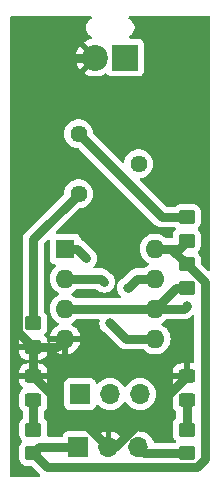
<source format=gbr>
%TF.GenerationSoftware,KiCad,Pcbnew,8.0.0*%
%TF.CreationDate,2025-07-08T12:20:57+05:30*%
%TF.ProjectId,Sensortech_flex,53656e73-6f72-4746-9563-685f666c6578,rev?*%
%TF.SameCoordinates,Original*%
%TF.FileFunction,Copper,L1,Top*%
%TF.FilePolarity,Positive*%
%FSLAX46Y46*%
G04 Gerber Fmt 4.6, Leading zero omitted, Abs format (unit mm)*
G04 Created by KiCad (PCBNEW 8.0.0) date 2025-07-08 12:20:57*
%MOMM*%
%LPD*%
G01*
G04 APERTURE LIST*
G04 Aperture macros list*
%AMRoundRect*
0 Rectangle with rounded corners*
0 $1 Rounding radius*
0 $2 $3 $4 $5 $6 $7 $8 $9 X,Y pos of 4 corners*
0 Add a 4 corners polygon primitive as box body*
4,1,4,$2,$3,$4,$5,$6,$7,$8,$9,$2,$3,0*
0 Add four circle primitives for the rounded corners*
1,1,$1+$1,$2,$3*
1,1,$1+$1,$4,$5*
1,1,$1+$1,$6,$7*
1,1,$1+$1,$8,$9*
0 Add four rect primitives between the rounded corners*
20,1,$1+$1,$2,$3,$4,$5,0*
20,1,$1+$1,$4,$5,$6,$7,0*
20,1,$1+$1,$6,$7,$8,$9,0*
20,1,$1+$1,$8,$9,$2,$3,0*%
G04 Aperture macros list end*
%TA.AperFunction,SMDPad,CuDef*%
%ADD10RoundRect,0.250000X0.450000X-0.350000X0.450000X0.350000X-0.450000X0.350000X-0.450000X-0.350000X0*%
%TD*%
%TA.AperFunction,ComponentPad*%
%ADD11R,2.200000X2.200000*%
%TD*%
%TA.AperFunction,ComponentPad*%
%ADD12C,2.200000*%
%TD*%
%TA.AperFunction,ComponentPad*%
%ADD13R,1.700000X1.700000*%
%TD*%
%TA.AperFunction,ComponentPad*%
%ADD14O,1.700000X1.700000*%
%TD*%
%TA.AperFunction,SMDPad,CuDef*%
%ADD15RoundRect,0.250000X-0.450000X0.325000X-0.450000X-0.325000X0.450000X-0.325000X0.450000X0.325000X0*%
%TD*%
%TA.AperFunction,SMDPad,CuDef*%
%ADD16RoundRect,0.250000X-0.450000X0.350000X-0.450000X-0.350000X0.450000X-0.350000X0.450000X0.350000X0*%
%TD*%
%TA.AperFunction,ComponentPad*%
%ADD17C,1.440000*%
%TD*%
%TA.AperFunction,ComponentPad*%
%ADD18R,1.600000X1.600000*%
%TD*%
%TA.AperFunction,ComponentPad*%
%ADD19O,1.600000X1.600000*%
%TD*%
%TA.AperFunction,ViaPad*%
%ADD20C,0.800000*%
%TD*%
%TA.AperFunction,Conductor*%
%ADD21C,0.750000*%
%TD*%
G04 APERTURE END LIST*
D10*
%TO.P,R2,1*%
%TO.N,Vcc*%
X96000000Y-60500000D03*
%TO.P,R2,2*%
%TO.N,Net-(R2-Pad2)*%
X96000000Y-58500000D03*
%TD*%
%TO.P,R4,1*%
%TO.N,Vcc*%
X83000000Y-78500000D03*
%TO.P,R4,2*%
%TO.N,Net-(D1-A)*%
X83000000Y-76500000D03*
%TD*%
D11*
%TO.P,J1,1,Pin_1*%
%TO.N,A*%
X90770000Y-45000000D03*
D12*
%TO.P,J1,2,Pin_2*%
%TO.N,gnd*%
X88230000Y-45000000D03*
%TD*%
D13*
%TO.P,J2,1,Pin_1*%
%TO.N,Vcc*%
X86825000Y-78000000D03*
D14*
%TO.P,J2,2,Pin_2*%
%TO.N,gnd*%
X89365000Y-78000000D03*
%TO.P,J2,3,Pin_3*%
%TO.N,Do*%
X91905000Y-78000000D03*
%TD*%
D15*
%TO.P,D1,1,K*%
%TO.N,gnd*%
X83000000Y-71975000D03*
%TO.P,D1,2,A*%
%TO.N,Net-(D1-A)*%
X83000000Y-74025000D03*
%TD*%
D13*
%TO.P,J3,1,Pin_1*%
%TO.N,H*%
X86960000Y-73500000D03*
D14*
%TO.P,J3,2,Pin_2*%
%TO.N,Do*%
X89500000Y-73500000D03*
%TO.P,J3,3,Pin_3*%
%TO.N,L*%
X92040000Y-73500000D03*
%TD*%
D16*
%TO.P,R1,1*%
%TO.N,Vcc*%
X96000000Y-62500000D03*
%TO.P,R1,2*%
%TO.N,A*%
X96000000Y-64500000D03*
%TD*%
D17*
%TO.P,RV1,1,1*%
%TO.N,Net-(R3-Pad1)*%
X86845000Y-56540000D03*
%TO.P,RV1,2,2*%
%TO.N,B*%
X91925000Y-54000000D03*
%TO.P,RV1,3,3*%
%TO.N,Net-(R2-Pad2)*%
X86845000Y-51460000D03*
%TD*%
D15*
%TO.P,D2,1,K*%
%TO.N,gnd*%
X96000000Y-71975000D03*
%TO.P,D2,2,A*%
%TO.N,Net-(D2-A)*%
X96000000Y-74025000D03*
%TD*%
D18*
%TO.P,U1,1*%
%TO.N,H*%
X85700000Y-61200000D03*
D19*
%TO.P,U1,2,-*%
%TO.N,B*%
X85700000Y-63740000D03*
%TO.P,U1,3,+*%
%TO.N,A*%
X85700000Y-66280000D03*
%TO.P,U1,4,V-*%
%TO.N,gnd*%
X85700000Y-68820000D03*
%TO.P,U1,5,+*%
%TO.N,B*%
X93320000Y-68820000D03*
%TO.P,U1,6,-*%
%TO.N,A*%
X93320000Y-66280000D03*
%TO.P,U1,7*%
%TO.N,L*%
X93320000Y-63740000D03*
%TO.P,U1,8,V+*%
%TO.N,Vcc*%
X93320000Y-61200000D03*
%TD*%
D16*
%TO.P,R3,1*%
%TO.N,Net-(R3-Pad1)*%
X83000000Y-67500000D03*
%TO.P,R3,2*%
%TO.N,gnd*%
X83000000Y-69500000D03*
%TD*%
D10*
%TO.P,R5,1*%
%TO.N,Do*%
X96000000Y-78500000D03*
%TO.P,R5,2*%
%TO.N,Net-(D2-A)*%
X96000000Y-76500000D03*
%TD*%
D20*
%TO.N,A*%
X96000000Y-66000000D03*
%TO.N,L*%
X91000000Y-64500000D03*
%TO.N,H*%
X87500000Y-62000000D03*
%TO.N,B*%
X89500000Y-67500000D03*
X89000000Y-64000000D03*
%TD*%
D21*
%TO.N,Net-(D1-A)*%
X83000000Y-76500000D02*
X83000000Y-74025000D01*
%TO.N,gnd*%
X85500000Y-75500000D02*
X86865000Y-75500000D01*
X83000000Y-69500000D02*
X85000000Y-69500000D01*
X82000000Y-47380000D02*
X84380000Y-45000000D01*
X86865000Y-75500000D02*
X89365000Y-78000000D01*
X83000000Y-71975000D02*
X84500000Y-73475000D01*
X94000000Y-73975000D02*
X94000000Y-74000000D01*
X84380000Y-45000000D02*
X87730000Y-45000000D01*
X82000000Y-47500000D02*
X82000000Y-47380000D01*
X93889745Y-74000000D02*
X89889745Y-78000000D01*
X94000000Y-74000000D02*
X93889745Y-74000000D01*
X96000000Y-71975000D02*
X94000000Y-73975000D01*
X84500000Y-73475000D02*
X84500000Y-74500000D01*
X81725000Y-47775000D02*
X82000000Y-47500000D01*
X85000000Y-69500000D02*
X85690000Y-68810000D01*
X89889745Y-78000000D02*
X89365000Y-78000000D01*
X84500000Y-74500000D02*
X85500000Y-75500000D01*
X87730000Y-45000000D02*
X88230000Y-44500000D01*
X83000000Y-71975000D02*
X83000000Y-69500000D01*
X83000000Y-69500000D02*
X81725000Y-68225000D01*
X81725000Y-68225000D02*
X81725000Y-47775000D01*
%TO.N,Net-(D2-A)*%
X96000000Y-74025000D02*
X96000000Y-76500000D01*
%TO.N,A*%
X96000000Y-64500000D02*
X95080000Y-64500000D01*
X93310000Y-66270000D02*
X85690000Y-66270000D01*
X95080000Y-64500000D02*
X93310000Y-66270000D01*
X95730000Y-66270000D02*
X93310000Y-66270000D01*
X96000000Y-66000000D02*
X95730000Y-66270000D01*
%TO.N,Vcc*%
X93310000Y-61190000D02*
X95310000Y-61190000D01*
X83000000Y-78500000D02*
X84175000Y-79675000D01*
X94690000Y-61190000D02*
X96000000Y-62500000D01*
X84175000Y-79675000D02*
X96825000Y-79675000D01*
X97500000Y-64000000D02*
X96000000Y-62500000D01*
X96825000Y-79675000D02*
X97500000Y-79000000D01*
X86825000Y-78000000D02*
X83500000Y-78000000D01*
X97500000Y-79000000D02*
X97500000Y-64000000D01*
X95310000Y-61190000D02*
X96000000Y-60500000D01*
X93310000Y-61190000D02*
X94690000Y-61190000D01*
X83500000Y-78000000D02*
X83000000Y-78500000D01*
%TO.N,Do*%
X96000000Y-78500000D02*
X92405000Y-78500000D01*
X92405000Y-78500000D02*
X91905000Y-78000000D01*
%TO.N,L*%
X91770000Y-63730000D02*
X91000000Y-64500000D01*
X93310000Y-63730000D02*
X91770000Y-63730000D01*
%TO.N,H*%
X85690000Y-61190000D02*
X86690000Y-61190000D01*
X86690000Y-61190000D02*
X87500000Y-62000000D01*
%TO.N,Net-(R2-Pad2)*%
X93885000Y-58500000D02*
X96000000Y-58500000D01*
X86845000Y-51460000D02*
X93885000Y-58500000D01*
%TO.N,Net-(R3-Pad1)*%
X83000000Y-67500000D02*
X83000000Y-60385000D01*
X83000000Y-60385000D02*
X86845000Y-56540000D01*
%TO.N,B*%
X93310000Y-68810000D02*
X90810000Y-68810000D01*
X88730000Y-63730000D02*
X89000000Y-64000000D01*
X90810000Y-68810000D02*
X89500000Y-67500000D01*
X85690000Y-63730000D02*
X88730000Y-63730000D01*
%TD*%
%TA.AperFunction,Conductor*%
%TO.N,gnd*%
G36*
X87898279Y-41520185D02*
G01*
X87944034Y-41572989D01*
X87953978Y-41642147D01*
X87924953Y-41705703D01*
X87878692Y-41739061D01*
X87850827Y-41750602D01*
X87850814Y-41750609D01*
X87719711Y-41838210D01*
X87719707Y-41838213D01*
X87608213Y-41949707D01*
X87608210Y-41949711D01*
X87520609Y-42080814D01*
X87520602Y-42080827D01*
X87460264Y-42226498D01*
X87460261Y-42226510D01*
X87429500Y-42381153D01*
X87429500Y-42538846D01*
X87460261Y-42693489D01*
X87460264Y-42693501D01*
X87520602Y-42839172D01*
X87520609Y-42839185D01*
X87608210Y-42970288D01*
X87608213Y-42970292D01*
X87719707Y-43081786D01*
X87719711Y-43081789D01*
X87850814Y-43169390D01*
X87850827Y-43169397D01*
X87918621Y-43197478D01*
X87973025Y-43241319D01*
X87995090Y-43307613D01*
X87977811Y-43375312D01*
X87926674Y-43422923D01*
X87891579Y-43434348D01*
X87835873Y-43443643D01*
X87585091Y-43529738D01*
X87585077Y-43529744D01*
X87351887Y-43655940D01*
X87288685Y-43705130D01*
X87288685Y-43705131D01*
X88059765Y-44476212D01*
X88017708Y-44487482D01*
X87892292Y-44559890D01*
X87789890Y-44662292D01*
X87717482Y-44787708D01*
X87706212Y-44829765D01*
X86934315Y-44057868D01*
X86818018Y-44235874D01*
X86711505Y-44478701D01*
X86646413Y-44735742D01*
X86646411Y-44735754D01*
X86624516Y-44999994D01*
X86624516Y-45000005D01*
X86646411Y-45264245D01*
X86646413Y-45264257D01*
X86711505Y-45521298D01*
X86818017Y-45764122D01*
X86934315Y-45942130D01*
X87706212Y-45170233D01*
X87717482Y-45212292D01*
X87789890Y-45337708D01*
X87892292Y-45440110D01*
X88017708Y-45512518D01*
X88059765Y-45523787D01*
X87288685Y-46294867D01*
X87288685Y-46294868D01*
X87351880Y-46344055D01*
X87351885Y-46344058D01*
X87585077Y-46470255D01*
X87585091Y-46470261D01*
X87835874Y-46556356D01*
X88097420Y-46600000D01*
X88362580Y-46600000D01*
X88624125Y-46556356D01*
X88874908Y-46470261D01*
X88874916Y-46470258D01*
X89099048Y-46348964D01*
X89167377Y-46334369D01*
X89232749Y-46359032D01*
X89257836Y-46384385D01*
X89312095Y-46457904D01*
X89372793Y-46502701D01*
X89433491Y-46547498D01*
X89458806Y-46556356D01*
X89575892Y-46597327D01*
X89575896Y-46597327D01*
X89575900Y-46597329D01*
X89592808Y-46598914D01*
X89609712Y-46600500D01*
X89609716Y-46600500D01*
X91930288Y-46600500D01*
X91945313Y-46599090D01*
X91964100Y-46597329D01*
X91964104Y-46597327D01*
X91964107Y-46597327D01*
X92019791Y-46577841D01*
X92106509Y-46547498D01*
X92227904Y-46457904D01*
X92317498Y-46336509D01*
X92367329Y-46194100D01*
X92370500Y-46160284D01*
X92370500Y-43839716D01*
X92367329Y-43805900D01*
X92367327Y-43805896D01*
X92367327Y-43805892D01*
X92317498Y-43663492D01*
X92317498Y-43663491D01*
X92272701Y-43602793D01*
X92227904Y-43542095D01*
X92145660Y-43481397D01*
X92106509Y-43452502D01*
X92106507Y-43452501D01*
X91964107Y-43402672D01*
X91964095Y-43402670D01*
X91930288Y-43399500D01*
X91930284Y-43399500D01*
X91213575Y-43399500D01*
X91146536Y-43379815D01*
X91100781Y-43327011D01*
X91090837Y-43257853D01*
X91119862Y-43194297D01*
X91144684Y-43172398D01*
X91204895Y-43132165D01*
X91280289Y-43081789D01*
X91391789Y-42970289D01*
X91479394Y-42839179D01*
X91539737Y-42693497D01*
X91570500Y-42538842D01*
X91570500Y-42381158D01*
X91570500Y-42381155D01*
X91570499Y-42381153D01*
X91539738Y-42226510D01*
X91539737Y-42226503D01*
X91539735Y-42226498D01*
X91479397Y-42080827D01*
X91479390Y-42080814D01*
X91391789Y-41949711D01*
X91391786Y-41949707D01*
X91280292Y-41838213D01*
X91280288Y-41838210D01*
X91149185Y-41750609D01*
X91149172Y-41750602D01*
X91121308Y-41739061D01*
X91066904Y-41695220D01*
X91044839Y-41628926D01*
X91062118Y-41561227D01*
X91113255Y-41513616D01*
X91168760Y-41500500D01*
X97875500Y-41500500D01*
X97942539Y-41520185D01*
X97988294Y-41572989D01*
X97999500Y-41624500D01*
X97999500Y-62961994D01*
X97979815Y-63029033D01*
X97927011Y-63074788D01*
X97857853Y-63084732D01*
X97794297Y-63055707D01*
X97787819Y-63049675D01*
X97236818Y-62498674D01*
X97203333Y-62437351D01*
X97200499Y-62410993D01*
X97200499Y-62089337D01*
X97193629Y-62013731D01*
X97193628Y-62013728D01*
X97193628Y-62013725D01*
X97139407Y-61839723D01*
X97139406Y-61839721D01*
X97045124Y-61683758D01*
X97045120Y-61683753D01*
X96949048Y-61587681D01*
X96915563Y-61526358D01*
X96920547Y-61456666D01*
X96949048Y-61412319D01*
X97045120Y-61316247D01*
X97060077Y-61291506D01*
X97102184Y-61221851D01*
X97139407Y-61160277D01*
X97193628Y-60986275D01*
X97200500Y-60910655D01*
X97200499Y-60089346D01*
X97200499Y-60089345D01*
X97200499Y-60089337D01*
X97193629Y-60013731D01*
X97193628Y-60013728D01*
X97193628Y-60013725D01*
X97139407Y-59839723D01*
X97139406Y-59839721D01*
X97045124Y-59683758D01*
X97045120Y-59683753D01*
X96949048Y-59587681D01*
X96915563Y-59526358D01*
X96920547Y-59456666D01*
X96949048Y-59412319D01*
X96985868Y-59375499D01*
X97045120Y-59316247D01*
X97069539Y-59275854D01*
X97127457Y-59180045D01*
X97139407Y-59160277D01*
X97193628Y-58986275D01*
X97200500Y-58910655D01*
X97200499Y-58089346D01*
X97200499Y-58089337D01*
X97193629Y-58013731D01*
X97193628Y-58013728D01*
X97193628Y-58013725D01*
X97139407Y-57839723D01*
X97113471Y-57796819D01*
X97045124Y-57683758D01*
X97045120Y-57683753D01*
X96916246Y-57554879D01*
X96916241Y-57554875D01*
X96760278Y-57460593D01*
X96760274Y-57460591D01*
X96586275Y-57406372D01*
X96586277Y-57406372D01*
X96556027Y-57403623D01*
X96510655Y-57399500D01*
X96510652Y-57399500D01*
X95489337Y-57399500D01*
X95413731Y-57406370D01*
X95413724Y-57406372D01*
X95239725Y-57460591D01*
X95239721Y-57460593D01*
X95083758Y-57554875D01*
X95083753Y-57554879D01*
X95050452Y-57588181D01*
X94989129Y-57621666D01*
X94962771Y-57624500D01*
X94299006Y-57624500D01*
X94231967Y-57604815D01*
X94211325Y-57588181D01*
X92040612Y-55417468D01*
X92007127Y-55356145D01*
X92012111Y-55286453D01*
X92053983Y-55230520D01*
X92105506Y-55207898D01*
X92260437Y-55178938D01*
X92471354Y-55097228D01*
X92663667Y-54978153D01*
X92830825Y-54825768D01*
X92967136Y-54645263D01*
X93067958Y-54442784D01*
X93129859Y-54225227D01*
X93150729Y-54000000D01*
X93142926Y-53915796D01*
X93129859Y-53774773D01*
X93067958Y-53557216D01*
X92967136Y-53354737D01*
X92830825Y-53174232D01*
X92830823Y-53174229D01*
X92663667Y-53021847D01*
X92663665Y-53021845D01*
X92471357Y-52902773D01*
X92471351Y-52902770D01*
X92305120Y-52838372D01*
X92260437Y-52821062D01*
X92038096Y-52779500D01*
X91811904Y-52779500D01*
X91589563Y-52821062D01*
X91589560Y-52821062D01*
X91589560Y-52821063D01*
X91378648Y-52902770D01*
X91378642Y-52902773D01*
X91186334Y-53021845D01*
X91186332Y-53021847D01*
X91019176Y-53174229D01*
X90882864Y-53354736D01*
X90782046Y-53557205D01*
X90782041Y-53557218D01*
X90720140Y-53774774D01*
X90717187Y-53806651D01*
X90691401Y-53871589D01*
X90634600Y-53912276D01*
X90564819Y-53915796D01*
X90506035Y-53882891D01*
X88101120Y-51477976D01*
X88067635Y-51416653D01*
X88065330Y-51401736D01*
X88049859Y-51234773D01*
X87987958Y-51017216D01*
X87887136Y-50814737D01*
X87750825Y-50634232D01*
X87750823Y-50634229D01*
X87583667Y-50481847D01*
X87583665Y-50481845D01*
X87391357Y-50362773D01*
X87391351Y-50362770D01*
X87225120Y-50298372D01*
X87180437Y-50281062D01*
X86958096Y-50239500D01*
X86731904Y-50239500D01*
X86509563Y-50281062D01*
X86509560Y-50281062D01*
X86509560Y-50281063D01*
X86298648Y-50362770D01*
X86298642Y-50362773D01*
X86106334Y-50481845D01*
X86106332Y-50481847D01*
X85939176Y-50634229D01*
X85802864Y-50814736D01*
X85702046Y-51017205D01*
X85702041Y-51017218D01*
X85640140Y-51234773D01*
X85619271Y-51459999D01*
X85619271Y-51460000D01*
X85640140Y-51685226D01*
X85702041Y-51902781D01*
X85702046Y-51902794D01*
X85802864Y-52105263D01*
X85939176Y-52285770D01*
X86106332Y-52438152D01*
X86106334Y-52438154D01*
X86298642Y-52557226D01*
X86298648Y-52557229D01*
X86343329Y-52574538D01*
X86509563Y-52638938D01*
X86731904Y-52680500D01*
X86775994Y-52680500D01*
X86843033Y-52700185D01*
X86863675Y-52716819D01*
X93326897Y-59180042D01*
X93326901Y-59180045D01*
X93470288Y-59275854D01*
X93470301Y-59275861D01*
X93629621Y-59341853D01*
X93629626Y-59341855D01*
X93798766Y-59375499D01*
X93798769Y-59375500D01*
X93798771Y-59375500D01*
X93971229Y-59375500D01*
X94962771Y-59375500D01*
X95029810Y-59395185D01*
X95050452Y-59411819D01*
X95050951Y-59412318D01*
X95084436Y-59473641D01*
X95079452Y-59543333D01*
X95050952Y-59587679D01*
X94954879Y-59683752D01*
X94954875Y-59683758D01*
X94860593Y-59839721D01*
X94860591Y-59839725D01*
X94806372Y-60013723D01*
X94799500Y-60089347D01*
X94799500Y-60190500D01*
X94779815Y-60257539D01*
X94727011Y-60303294D01*
X94675500Y-60314500D01*
X94327087Y-60314500D01*
X94260048Y-60294815D01*
X94243549Y-60282137D01*
X94107085Y-60157734D01*
X94107084Y-60157733D01*
X93902166Y-60030853D01*
X93677423Y-59943787D01*
X93440509Y-59899500D01*
X93199491Y-59899500D01*
X92962577Y-59943787D01*
X92894137Y-59970301D01*
X92737836Y-60030852D01*
X92737835Y-60030852D01*
X92532914Y-60157734D01*
X92354803Y-60320103D01*
X92209556Y-60512441D01*
X92102129Y-60728182D01*
X92102124Y-60728195D01*
X92036166Y-60960010D01*
X92013929Y-61199999D01*
X92013929Y-61200000D01*
X92036166Y-61439989D01*
X92102124Y-61671804D01*
X92102129Y-61671817D01*
X92209556Y-61887558D01*
X92354803Y-62079896D01*
X92488349Y-62201639D01*
X92532916Y-62242267D01*
X92719676Y-62357904D01*
X92730447Y-62364573D01*
X92777082Y-62416601D01*
X92788186Y-62485583D01*
X92760233Y-62549617D01*
X92730447Y-62575427D01*
X92532914Y-62697734D01*
X92396451Y-62822137D01*
X92333647Y-62852754D01*
X92312913Y-62854500D01*
X91683768Y-62854500D01*
X91514633Y-62888143D01*
X91514621Y-62888146D01*
X91355301Y-62954138D01*
X91355288Y-62954145D01*
X91211901Y-63049954D01*
X91211897Y-63049957D01*
X90540002Y-63721852D01*
X90518295Y-63739164D01*
X90434993Y-63791507D01*
X90291506Y-63934994D01*
X90183543Y-64106815D01*
X90116521Y-64298354D01*
X90116520Y-64298360D01*
X90093802Y-64499996D01*
X90093802Y-64500003D01*
X90116520Y-64701639D01*
X90116521Y-64701645D01*
X90183543Y-64893184D01*
X90291506Y-65065005D01*
X90409320Y-65182819D01*
X90442805Y-65244142D01*
X90437821Y-65313834D01*
X90395949Y-65369767D01*
X90330485Y-65394184D01*
X90321639Y-65394500D01*
X86707087Y-65394500D01*
X86640048Y-65374815D01*
X86623549Y-65362137D01*
X86487084Y-65237733D01*
X86487082Y-65237731D01*
X86289553Y-65115427D01*
X86242917Y-65063399D01*
X86231813Y-64994418D01*
X86259766Y-64930383D01*
X86289553Y-64904573D01*
X86487082Y-64782268D01*
X86487081Y-64782268D01*
X86487084Y-64782267D01*
X86570867Y-64705888D01*
X86645488Y-64637863D01*
X86708292Y-64607246D01*
X86729026Y-64605500D01*
X88280639Y-64605500D01*
X88347678Y-64625185D01*
X88368319Y-64641818D01*
X88434995Y-64708494D01*
X88606815Y-64816456D01*
X88798352Y-64883478D01*
X88798358Y-64883478D01*
X88798360Y-64883479D01*
X88999996Y-64906198D01*
X89000000Y-64906198D01*
X89000004Y-64906198D01*
X89201639Y-64883479D01*
X89201638Y-64883479D01*
X89201648Y-64883478D01*
X89393185Y-64816456D01*
X89565005Y-64708494D01*
X89708494Y-64565005D01*
X89816456Y-64393185D01*
X89883478Y-64201648D01*
X89906198Y-64000000D01*
X89903943Y-63979990D01*
X89883479Y-63798360D01*
X89883478Y-63798354D01*
X89883478Y-63798352D01*
X89816456Y-63606815D01*
X89708494Y-63434995D01*
X89565005Y-63291506D01*
X89565004Y-63291505D01*
X89481704Y-63239164D01*
X89459995Y-63221851D01*
X89288102Y-63049957D01*
X89288098Y-63049954D01*
X89144711Y-62954145D01*
X89144698Y-62954138D01*
X88985378Y-62888146D01*
X88985366Y-62888143D01*
X88816232Y-62854500D01*
X88816229Y-62854500D01*
X88218361Y-62854500D01*
X88151322Y-62834815D01*
X88105567Y-62782011D01*
X88095623Y-62712853D01*
X88124648Y-62649297D01*
X88130680Y-62642819D01*
X88208494Y-62565005D01*
X88316456Y-62393185D01*
X88383478Y-62201648D01*
X88406198Y-62000000D01*
X88388139Y-61839723D01*
X88383479Y-61798360D01*
X88383478Y-61798354D01*
X88383478Y-61798352D01*
X88316456Y-61606815D01*
X88208494Y-61434995D01*
X88065005Y-61291506D01*
X88065004Y-61291505D01*
X87981704Y-61239164D01*
X87959995Y-61221851D01*
X87248102Y-60509957D01*
X87248094Y-60509951D01*
X87104707Y-60414143D01*
X87104703Y-60414141D01*
X87072505Y-60400804D01*
X87018102Y-60356963D01*
X86998812Y-60312692D01*
X86997329Y-60305905D01*
X86997329Y-60305900D01*
X86994834Y-60298771D01*
X86947498Y-60163492D01*
X86947498Y-60163491D01*
X86892770Y-60089337D01*
X86857904Y-60042095D01*
X86775660Y-59981397D01*
X86736509Y-59952502D01*
X86736507Y-59952501D01*
X86594107Y-59902672D01*
X86594095Y-59902670D01*
X86560288Y-59899500D01*
X86560284Y-59899500D01*
X85023005Y-59899500D01*
X84955966Y-59879815D01*
X84910211Y-59827011D01*
X84900267Y-59757853D01*
X84929292Y-59694297D01*
X84935324Y-59687819D01*
X86826325Y-57796819D01*
X86887648Y-57763334D01*
X86914006Y-57760500D01*
X86958093Y-57760500D01*
X86958096Y-57760500D01*
X87180437Y-57718938D01*
X87391354Y-57637228D01*
X87583667Y-57518153D01*
X87750825Y-57365768D01*
X87887136Y-57185263D01*
X87987958Y-56982784D01*
X88049859Y-56765227D01*
X88070729Y-56540000D01*
X88049859Y-56314773D01*
X87987958Y-56097216D01*
X87887136Y-55894737D01*
X87750825Y-55714232D01*
X87750823Y-55714229D01*
X87583667Y-55561847D01*
X87583665Y-55561845D01*
X87391357Y-55442773D01*
X87391351Y-55442770D01*
X87225120Y-55378372D01*
X87180437Y-55361062D01*
X86958096Y-55319500D01*
X86731904Y-55319500D01*
X86509563Y-55361062D01*
X86509560Y-55361062D01*
X86509560Y-55361063D01*
X86298648Y-55442770D01*
X86298642Y-55442773D01*
X86106334Y-55561845D01*
X86106332Y-55561847D01*
X85939176Y-55714229D01*
X85802864Y-55894736D01*
X85702046Y-56097205D01*
X85702041Y-56097218D01*
X85640141Y-56314772D01*
X85624669Y-56481736D01*
X85598883Y-56546673D01*
X85588879Y-56557975D01*
X83160581Y-58986275D01*
X82441901Y-59704955D01*
X82389003Y-59757853D01*
X82319953Y-59826902D01*
X82224145Y-59970288D01*
X82224138Y-59970301D01*
X82158146Y-60129621D01*
X82158143Y-60129633D01*
X82124500Y-60298766D01*
X82124500Y-66462770D01*
X82104815Y-66529809D01*
X82088182Y-66550451D01*
X81954875Y-66683758D01*
X81860593Y-66839721D01*
X81860591Y-66839725D01*
X81806372Y-67013723D01*
X81799500Y-67089347D01*
X81799500Y-67910662D01*
X81806370Y-67986268D01*
X81806372Y-67986275D01*
X81860591Y-68160274D01*
X81860593Y-68160278D01*
X81954875Y-68316241D01*
X81954879Y-68316246D01*
X82051304Y-68412671D01*
X82084789Y-68473994D01*
X82079805Y-68543686D01*
X82051305Y-68588033D01*
X81955277Y-68684061D01*
X81861051Y-68839928D01*
X81806865Y-69013819D01*
X81800000Y-69089377D01*
X81800000Y-69250000D01*
X84199999Y-69250000D01*
X84199999Y-69187339D01*
X84219684Y-69120300D01*
X84245822Y-69097650D01*
X84228406Y-69088045D01*
X84195180Y-69026582D01*
X84193607Y-69016192D01*
X84193133Y-69013812D01*
X84138949Y-68839931D01*
X84044721Y-68684059D01*
X83948695Y-68588033D01*
X83915210Y-68526710D01*
X83920194Y-68457018D01*
X83948691Y-68412675D01*
X84045120Y-68316247D01*
X84139407Y-68160277D01*
X84193628Y-67986275D01*
X84200500Y-67910655D01*
X84200499Y-67089346D01*
X84200499Y-67089345D01*
X84200499Y-67089337D01*
X84193629Y-67013731D01*
X84193628Y-67013728D01*
X84193628Y-67013725D01*
X84139407Y-66839723D01*
X84130703Y-66825324D01*
X84045124Y-66683758D01*
X84045123Y-66683757D01*
X84045121Y-66683755D01*
X84045120Y-66683753D01*
X83916247Y-66554880D01*
X83916246Y-66554879D01*
X83911818Y-66550451D01*
X83878334Y-66489128D01*
X83875500Y-66462770D01*
X83875500Y-60799005D01*
X83895185Y-60731966D01*
X83911815Y-60711328D01*
X84187820Y-60435323D01*
X84249142Y-60401839D01*
X84318834Y-60406823D01*
X84374767Y-60448695D01*
X84399184Y-60514159D01*
X84399500Y-60523005D01*
X84399500Y-62060288D01*
X84402670Y-62094095D01*
X84402672Y-62094107D01*
X84452501Y-62236507D01*
X84452502Y-62236509D01*
X84456752Y-62242267D01*
X84542095Y-62357904D01*
X84586103Y-62390383D01*
X84663491Y-62447498D01*
X84688397Y-62456213D01*
X84805892Y-62497327D01*
X84805896Y-62497328D01*
X84805897Y-62497328D01*
X84805900Y-62497329D01*
X84823072Y-62498939D01*
X84887978Y-62524794D01*
X84928605Y-62581638D01*
X84932050Y-62651423D01*
X84897220Y-62711992D01*
X84895034Y-62714034D01*
X84734801Y-62860106D01*
X84589556Y-63052441D01*
X84482129Y-63268182D01*
X84482124Y-63268195D01*
X84416166Y-63500010D01*
X84393929Y-63739999D01*
X84393929Y-63740000D01*
X84416166Y-63979989D01*
X84482124Y-64211804D01*
X84482129Y-64211817D01*
X84589556Y-64427558D01*
X84734803Y-64619896D01*
X84831990Y-64708493D01*
X84912916Y-64782267D01*
X85076379Y-64883479D01*
X85110447Y-64904573D01*
X85157082Y-64956601D01*
X85168186Y-65025583D01*
X85140233Y-65089617D01*
X85110447Y-65115427D01*
X84912914Y-65237734D01*
X84734803Y-65400103D01*
X84589556Y-65592441D01*
X84482129Y-65808182D01*
X84482124Y-65808195D01*
X84416166Y-66040010D01*
X84393929Y-66279999D01*
X84393929Y-66280000D01*
X84416166Y-66519989D01*
X84482124Y-66751804D01*
X84482129Y-66751817D01*
X84589556Y-66967558D01*
X84734803Y-67159896D01*
X84886683Y-67298352D01*
X84912916Y-67322267D01*
X85110447Y-67444573D01*
X85110922Y-67444867D01*
X85157557Y-67496895D01*
X85168661Y-67565877D01*
X85140708Y-67629911D01*
X85110921Y-67655721D01*
X84913220Y-67778131D01*
X84913218Y-67778133D01*
X84735174Y-67940441D01*
X84589983Y-68132705D01*
X84482593Y-68348372D01*
X84482590Y-68348378D01*
X84419534Y-68569999D01*
X84419535Y-68570000D01*
X85384314Y-68570000D01*
X85379920Y-68574394D01*
X85327259Y-68665606D01*
X85300000Y-68767339D01*
X85300000Y-68872661D01*
X85327259Y-68974394D01*
X85379920Y-69065606D01*
X85384314Y-69070000D01*
X84419534Y-69070000D01*
X84415409Y-69075462D01*
X84396367Y-69089591D01*
X84405202Y-69093626D01*
X84442976Y-69152404D01*
X84443265Y-69153405D01*
X84482590Y-69291621D01*
X84482593Y-69291627D01*
X84589983Y-69507294D01*
X84735174Y-69699558D01*
X84913218Y-69861866D01*
X84913220Y-69861868D01*
X85118054Y-69988695D01*
X85118060Y-69988698D01*
X85342716Y-70075729D01*
X85450000Y-70095784D01*
X85450000Y-69135686D01*
X85454394Y-69140080D01*
X85545606Y-69192741D01*
X85647339Y-69220000D01*
X85752661Y-69220000D01*
X85854394Y-69192741D01*
X85945606Y-69140080D01*
X85950000Y-69135686D01*
X85950000Y-70095784D01*
X86057283Y-70075729D01*
X86057284Y-70075729D01*
X86281939Y-69988698D01*
X86281945Y-69988695D01*
X86486779Y-69861868D01*
X86486781Y-69861866D01*
X86664825Y-69699558D01*
X86810016Y-69507294D01*
X86917406Y-69291627D01*
X86917409Y-69291621D01*
X86980465Y-69070000D01*
X86015686Y-69070000D01*
X86020080Y-69065606D01*
X86072741Y-68974394D01*
X86100000Y-68872661D01*
X86100000Y-68767339D01*
X86072741Y-68665606D01*
X86020080Y-68574394D01*
X86015686Y-68570000D01*
X86980465Y-68570000D01*
X86980465Y-68569999D01*
X86917409Y-68348378D01*
X86917406Y-68348372D01*
X86810016Y-68132705D01*
X86664825Y-67940441D01*
X86486781Y-67778133D01*
X86486779Y-67778131D01*
X86289078Y-67655721D01*
X86242442Y-67603693D01*
X86231338Y-67534712D01*
X86259291Y-67470677D01*
X86289078Y-67444867D01*
X86487082Y-67322268D01*
X86487081Y-67322268D01*
X86487084Y-67322267D01*
X86570867Y-67245888D01*
X86645488Y-67177863D01*
X86708292Y-67147246D01*
X86729026Y-67145500D01*
X88495918Y-67145500D01*
X88562957Y-67165185D01*
X88608712Y-67217989D01*
X88618656Y-67287147D01*
X88616809Y-67297091D01*
X88616521Y-67298351D01*
X88593802Y-67499996D01*
X88593802Y-67500003D01*
X88616520Y-67701639D01*
X88616521Y-67701645D01*
X88683543Y-67893184D01*
X88742037Y-67986276D01*
X88791506Y-68065005D01*
X88934995Y-68208494D01*
X89018295Y-68260835D01*
X89040003Y-68278147D01*
X90251897Y-69490042D01*
X90251901Y-69490045D01*
X90395288Y-69585854D01*
X90395301Y-69585861D01*
X90554621Y-69651853D01*
X90554626Y-69651855D01*
X90723766Y-69685499D01*
X90723769Y-69685500D01*
X90723771Y-69685500D01*
X90896229Y-69685500D01*
X92290974Y-69685500D01*
X92358013Y-69705185D01*
X92374512Y-69717863D01*
X92409765Y-69750000D01*
X92532916Y-69862267D01*
X92737834Y-69989147D01*
X92962577Y-70076213D01*
X93199491Y-70120500D01*
X93199493Y-70120500D01*
X93440507Y-70120500D01*
X93440509Y-70120500D01*
X93677423Y-70076213D01*
X93902166Y-69989147D01*
X94107084Y-69862267D01*
X94285198Y-69699894D01*
X94430444Y-69507558D01*
X94537875Y-69291807D01*
X94603833Y-69059990D01*
X94626071Y-68820000D01*
X94603833Y-68580010D01*
X94537875Y-68348193D01*
X94521967Y-68316246D01*
X94468313Y-68208493D01*
X94430444Y-68132442D01*
X94285198Y-67940106D01*
X94285196Y-67940103D01*
X94107084Y-67777733D01*
X94107082Y-67777731D01*
X93909553Y-67655427D01*
X93862917Y-67603399D01*
X93851813Y-67534418D01*
X93879766Y-67470383D01*
X93909553Y-67444573D01*
X94107082Y-67322268D01*
X94107081Y-67322268D01*
X94107084Y-67322267D01*
X94190867Y-67245888D01*
X94265488Y-67177863D01*
X94328292Y-67147246D01*
X94349026Y-67145500D01*
X95816231Y-67145500D01*
X95816232Y-67145499D01*
X95985374Y-67111855D01*
X96144705Y-67045858D01*
X96288099Y-66950045D01*
X96412820Y-66825322D01*
X96474141Y-66791839D01*
X96543833Y-66796823D01*
X96599767Y-66838694D01*
X96624184Y-66904158D01*
X96624500Y-66913005D01*
X96624500Y-70776000D01*
X96604815Y-70843039D01*
X96552011Y-70888794D01*
X96500500Y-70900000D01*
X96250000Y-70900000D01*
X96250000Y-72101000D01*
X96230315Y-72168039D01*
X96177511Y-72213794D01*
X96126000Y-72225000D01*
X94800001Y-72225000D01*
X94800001Y-72360632D01*
X94806864Y-72436179D01*
X94806866Y-72436187D01*
X94861050Y-72610068D01*
X94955278Y-72765940D01*
X95084058Y-72894720D01*
X95089963Y-72899346D01*
X95088807Y-72900820D01*
X95129372Y-72945108D01*
X95141216Y-73013966D01*
X95113953Y-73078297D01*
X95089242Y-73099714D01*
X95089662Y-73100250D01*
X95083753Y-73104879D01*
X94954879Y-73233753D01*
X94954875Y-73233758D01*
X94860593Y-73389721D01*
X94860591Y-73389725D01*
X94806372Y-73563723D01*
X94799500Y-73639347D01*
X94799500Y-74410662D01*
X94806370Y-74486268D01*
X94806372Y-74486275D01*
X94860591Y-74660274D01*
X94860593Y-74660278D01*
X94954875Y-74816241D01*
X94954879Y-74816246D01*
X95088181Y-74949548D01*
X95121666Y-75010871D01*
X95124500Y-75037229D01*
X95124500Y-75462770D01*
X95104815Y-75529809D01*
X95088182Y-75550451D01*
X94954875Y-75683758D01*
X94860593Y-75839721D01*
X94860591Y-75839725D01*
X94806372Y-76013723D01*
X94799500Y-76089347D01*
X94799500Y-76910662D01*
X94806370Y-76986268D01*
X94806372Y-76986275D01*
X94860591Y-77160274D01*
X94860593Y-77160278D01*
X94954875Y-77316241D01*
X94954876Y-77316242D01*
X94954878Y-77316244D01*
X94954880Y-77316247D01*
X95004045Y-77365412D01*
X95050952Y-77412319D01*
X95084436Y-77473643D01*
X95079452Y-77543334D01*
X95051039Y-77587593D01*
X95050540Y-77588093D01*
X94989250Y-77621640D01*
X94962771Y-77624500D01*
X93297675Y-77624500D01*
X93230636Y-77604815D01*
X93184881Y-77552011D01*
X93181040Y-77541327D01*
X93180757Y-77541431D01*
X93178906Y-77536350D01*
X93178903Y-77536337D01*
X93079035Y-77322171D01*
X93074884Y-77316242D01*
X92943494Y-77128597D01*
X92776402Y-76961506D01*
X92776395Y-76961501D01*
X92582834Y-76825967D01*
X92582830Y-76825965D01*
X92510198Y-76792096D01*
X92368663Y-76726097D01*
X92368659Y-76726096D01*
X92368655Y-76726094D01*
X92140413Y-76664938D01*
X92140403Y-76664936D01*
X91905001Y-76644341D01*
X91904999Y-76644341D01*
X91669596Y-76664936D01*
X91669586Y-76664938D01*
X91441344Y-76726094D01*
X91441335Y-76726098D01*
X91227171Y-76825964D01*
X91227169Y-76825965D01*
X91033597Y-76961505D01*
X90866508Y-77128594D01*
X90736269Y-77314595D01*
X90681692Y-77358219D01*
X90612193Y-77365412D01*
X90549839Y-77333890D01*
X90533119Y-77314594D01*
X90403113Y-77128926D01*
X90403108Y-77128920D01*
X90236082Y-76961894D01*
X90042578Y-76826399D01*
X89828492Y-76726570D01*
X89828486Y-76726567D01*
X89615000Y-76669364D01*
X89615000Y-77566988D01*
X89557993Y-77534075D01*
X89430826Y-77500000D01*
X89299174Y-77500000D01*
X89172007Y-77534075D01*
X89115000Y-77566988D01*
X89115000Y-76669364D01*
X89114999Y-76669364D01*
X88901513Y-76726567D01*
X88901507Y-76726570D01*
X88687422Y-76826399D01*
X88687420Y-76826400D01*
X88493926Y-76961886D01*
X88370865Y-77084947D01*
X88309542Y-77118431D01*
X88239850Y-77113447D01*
X88183917Y-77071575D01*
X88166143Y-77038220D01*
X88122498Y-76913492D01*
X88122498Y-76913491D01*
X88057900Y-76825964D01*
X88032904Y-76792095D01*
X87943475Y-76726094D01*
X87911509Y-76702502D01*
X87911507Y-76702501D01*
X87769107Y-76652672D01*
X87769095Y-76652670D01*
X87735288Y-76649500D01*
X87735284Y-76649500D01*
X85914716Y-76649500D01*
X85914712Y-76649500D01*
X85880904Y-76652670D01*
X85880892Y-76652672D01*
X85738492Y-76702501D01*
X85617095Y-76792095D01*
X85527501Y-76913492D01*
X85482725Y-77041455D01*
X85442004Y-77098231D01*
X85377051Y-77123978D01*
X85365684Y-77124500D01*
X84316846Y-77124500D01*
X84249807Y-77104815D01*
X84204052Y-77052011D01*
X84193355Y-76989278D01*
X84193628Y-76986275D01*
X84200500Y-76910655D01*
X84200499Y-76089346D01*
X84200499Y-76089345D01*
X84200499Y-76089337D01*
X84193629Y-76013731D01*
X84193628Y-76013728D01*
X84193628Y-76013725D01*
X84139407Y-75839723D01*
X84139406Y-75839721D01*
X84045124Y-75683758D01*
X84045123Y-75683757D01*
X84045121Y-75683755D01*
X84045120Y-75683753D01*
X83916247Y-75554880D01*
X83916246Y-75554879D01*
X83911818Y-75550451D01*
X83878334Y-75489128D01*
X83875500Y-75462770D01*
X83875500Y-75037229D01*
X83895185Y-74970190D01*
X83911819Y-74949548D01*
X83916247Y-74945120D01*
X84045120Y-74816247D01*
X84139407Y-74660277D01*
X84193628Y-74486275D01*
X84200500Y-74410655D01*
X84200500Y-74410288D01*
X85609500Y-74410288D01*
X85612670Y-74444095D01*
X85612672Y-74444107D01*
X85662501Y-74586507D01*
X85752095Y-74707904D01*
X85812793Y-74752701D01*
X85873491Y-74797498D01*
X85916849Y-74812669D01*
X86015892Y-74847327D01*
X86015896Y-74847327D01*
X86015900Y-74847329D01*
X86032808Y-74848914D01*
X86049712Y-74850500D01*
X86049716Y-74850500D01*
X87870288Y-74850500D01*
X87885313Y-74849090D01*
X87904100Y-74847329D01*
X87904104Y-74847327D01*
X87904107Y-74847327D01*
X87992927Y-74816247D01*
X88046509Y-74797498D01*
X88167904Y-74707904D01*
X88257498Y-74586509D01*
X88300960Y-74462300D01*
X88341680Y-74405528D01*
X88406632Y-74379780D01*
X88475194Y-74393236D01*
X88505681Y-74415577D01*
X88628599Y-74538495D01*
X88697167Y-74586507D01*
X88822165Y-74674032D01*
X88822167Y-74674033D01*
X88822170Y-74674035D01*
X89036337Y-74773903D01*
X89264592Y-74835063D01*
X89441034Y-74850500D01*
X89499999Y-74855659D01*
X89500000Y-74855659D01*
X89500001Y-74855659D01*
X89558966Y-74850500D01*
X89735408Y-74835063D01*
X89963663Y-74773903D01*
X90177830Y-74674035D01*
X90371401Y-74538495D01*
X90538495Y-74371401D01*
X90668425Y-74185842D01*
X90723002Y-74142217D01*
X90792500Y-74135023D01*
X90854855Y-74166546D01*
X90871575Y-74185842D01*
X91001500Y-74371395D01*
X91001505Y-74371401D01*
X91168599Y-74538495D01*
X91237167Y-74586507D01*
X91362165Y-74674032D01*
X91362167Y-74674033D01*
X91362170Y-74674035D01*
X91576337Y-74773903D01*
X91804592Y-74835063D01*
X91981034Y-74850500D01*
X92039999Y-74855659D01*
X92040000Y-74855659D01*
X92040001Y-74855659D01*
X92098966Y-74850500D01*
X92275408Y-74835063D01*
X92503663Y-74773903D01*
X92717830Y-74674035D01*
X92911401Y-74538495D01*
X93078495Y-74371401D01*
X93214035Y-74177830D01*
X93313903Y-73963663D01*
X93375063Y-73735408D01*
X93395659Y-73500000D01*
X93375063Y-73264592D01*
X93313903Y-73036337D01*
X93214035Y-72822171D01*
X93208425Y-72814158D01*
X93078494Y-72628597D01*
X92911402Y-72461506D01*
X92911395Y-72461501D01*
X92717834Y-72325967D01*
X92717830Y-72325965D01*
X92645198Y-72292096D01*
X92503663Y-72226097D01*
X92503659Y-72226096D01*
X92503655Y-72226094D01*
X92275413Y-72164938D01*
X92275403Y-72164936D01*
X92040001Y-72144341D01*
X92039999Y-72144341D01*
X91804596Y-72164936D01*
X91804586Y-72164938D01*
X91576344Y-72226094D01*
X91576335Y-72226098D01*
X91362171Y-72325964D01*
X91362169Y-72325965D01*
X91168597Y-72461505D01*
X91001505Y-72628597D01*
X90871575Y-72814158D01*
X90816998Y-72857783D01*
X90747500Y-72864977D01*
X90685145Y-72833454D01*
X90668425Y-72814158D01*
X90538494Y-72628597D01*
X90371402Y-72461506D01*
X90371395Y-72461501D01*
X90177834Y-72325967D01*
X90177830Y-72325965D01*
X90105198Y-72292096D01*
X89963663Y-72226097D01*
X89963659Y-72226096D01*
X89963655Y-72226094D01*
X89735413Y-72164938D01*
X89735403Y-72164936D01*
X89500001Y-72144341D01*
X89499999Y-72144341D01*
X89264596Y-72164936D01*
X89264586Y-72164938D01*
X89036344Y-72226094D01*
X89036335Y-72226098D01*
X88822171Y-72325964D01*
X88822169Y-72325965D01*
X88628600Y-72461503D01*
X88505681Y-72584422D01*
X88444358Y-72617906D01*
X88374666Y-72612922D01*
X88318733Y-72571050D01*
X88300960Y-72537699D01*
X88257498Y-72413491D01*
X88192900Y-72325964D01*
X88167904Y-72292095D01*
X88078475Y-72226094D01*
X88046509Y-72202502D01*
X88046507Y-72202501D01*
X87904107Y-72152672D01*
X87904095Y-72152670D01*
X87870288Y-72149500D01*
X87870284Y-72149500D01*
X86049716Y-72149500D01*
X86049712Y-72149500D01*
X86015904Y-72152670D01*
X86015892Y-72152672D01*
X85873492Y-72202501D01*
X85752095Y-72292095D01*
X85662501Y-72413492D01*
X85612672Y-72555892D01*
X85612670Y-72555904D01*
X85609500Y-72589711D01*
X85609500Y-74410288D01*
X84200500Y-74410288D01*
X84200499Y-73639346D01*
X84200499Y-73639345D01*
X84200499Y-73639337D01*
X84193629Y-73563731D01*
X84193628Y-73563728D01*
X84193628Y-73563725D01*
X84139407Y-73389723D01*
X84139406Y-73389721D01*
X84045124Y-73233758D01*
X84045120Y-73233753D01*
X83916246Y-73104879D01*
X83910338Y-73100250D01*
X83911428Y-73098858D01*
X83870619Y-73054289D01*
X83858785Y-72985428D01*
X83886058Y-72921102D01*
X83910495Y-72899931D01*
X83910037Y-72899346D01*
X83915941Y-72894720D01*
X84044721Y-72765940D01*
X84138948Y-72610071D01*
X84193134Y-72436180D01*
X84200000Y-72360622D01*
X84200000Y-72225000D01*
X81800001Y-72225000D01*
X81800001Y-72360632D01*
X81806864Y-72436179D01*
X81806866Y-72436187D01*
X81861050Y-72610068D01*
X81955278Y-72765940D01*
X82084058Y-72894720D01*
X82089963Y-72899346D01*
X82088807Y-72900820D01*
X82129372Y-72945108D01*
X82141216Y-73013966D01*
X82113953Y-73078297D01*
X82089242Y-73099714D01*
X82089662Y-73100250D01*
X82083753Y-73104879D01*
X81954879Y-73233753D01*
X81954875Y-73233758D01*
X81860593Y-73389721D01*
X81860591Y-73389725D01*
X81806372Y-73563723D01*
X81799500Y-73639347D01*
X81799500Y-74410662D01*
X81806370Y-74486268D01*
X81806372Y-74486275D01*
X81860591Y-74660274D01*
X81860593Y-74660278D01*
X81954875Y-74816241D01*
X81954879Y-74816246D01*
X82088181Y-74949548D01*
X82121666Y-75010871D01*
X82124500Y-75037229D01*
X82124500Y-75462770D01*
X82104815Y-75529809D01*
X82088182Y-75550451D01*
X81954875Y-75683758D01*
X81860593Y-75839721D01*
X81860591Y-75839725D01*
X81806372Y-76013723D01*
X81799500Y-76089347D01*
X81799500Y-76910662D01*
X81806370Y-76986268D01*
X81806372Y-76986275D01*
X81860591Y-77160274D01*
X81860593Y-77160278D01*
X81954875Y-77316241D01*
X81954876Y-77316242D01*
X81954878Y-77316244D01*
X81954880Y-77316247D01*
X82004045Y-77365412D01*
X82050952Y-77412319D01*
X82084436Y-77473643D01*
X82079452Y-77543334D01*
X82050952Y-77587681D01*
X81954875Y-77683758D01*
X81860593Y-77839721D01*
X81860591Y-77839725D01*
X81806372Y-78013723D01*
X81799500Y-78089347D01*
X81799500Y-78910662D01*
X81806370Y-78986268D01*
X81806372Y-78986275D01*
X81860591Y-79160274D01*
X81860593Y-79160278D01*
X81954875Y-79316241D01*
X81954879Y-79316246D01*
X82083753Y-79445120D01*
X82083758Y-79445124D01*
X82239721Y-79539406D01*
X82239725Y-79539408D01*
X82301273Y-79558586D01*
X82413725Y-79593628D01*
X82489345Y-79600500D01*
X82810993Y-79600499D01*
X82878032Y-79620183D01*
X82898674Y-79636818D01*
X83549675Y-80287819D01*
X83583160Y-80349142D01*
X83578176Y-80418834D01*
X83536304Y-80474767D01*
X83470840Y-80499184D01*
X83461994Y-80499500D01*
X81124500Y-80499500D01*
X81057461Y-80479815D01*
X81011706Y-80427011D01*
X81000500Y-80375500D01*
X81000500Y-71725000D01*
X81800000Y-71725000D01*
X82750000Y-71725000D01*
X82750000Y-70900000D01*
X83250000Y-70900000D01*
X83250000Y-71725000D01*
X84199999Y-71725000D01*
X94800000Y-71725000D01*
X95750000Y-71725000D01*
X95750000Y-70900000D01*
X95489367Y-70900000D01*
X95413820Y-70906864D01*
X95413812Y-70906866D01*
X95239931Y-70961050D01*
X95084059Y-71055278D01*
X94955278Y-71184059D01*
X94861051Y-71339928D01*
X94806865Y-71513819D01*
X94800000Y-71589377D01*
X94800000Y-71725000D01*
X84199999Y-71725000D01*
X84199999Y-71589367D01*
X84193135Y-71513820D01*
X84193133Y-71513812D01*
X84138949Y-71339931D01*
X84044721Y-71184059D01*
X83915940Y-71055278D01*
X83760071Y-70961051D01*
X83586180Y-70906865D01*
X83510622Y-70900000D01*
X83250000Y-70900000D01*
X82750000Y-70900000D01*
X82489367Y-70900000D01*
X82413820Y-70906864D01*
X82413812Y-70906866D01*
X82239931Y-70961050D01*
X82084059Y-71055278D01*
X81955278Y-71184059D01*
X81861051Y-71339928D01*
X81806865Y-71513819D01*
X81800000Y-71589377D01*
X81800000Y-71725000D01*
X81000500Y-71725000D01*
X81000500Y-69750000D01*
X81800001Y-69750000D01*
X81800001Y-69910632D01*
X81806864Y-69986179D01*
X81806866Y-69986187D01*
X81861050Y-70160068D01*
X81955278Y-70315940D01*
X82084059Y-70444721D01*
X82239928Y-70538948D01*
X82413819Y-70593134D01*
X82489377Y-70599999D01*
X82749999Y-70599999D01*
X82750000Y-70599998D01*
X82750000Y-69750000D01*
X83250000Y-69750000D01*
X83250000Y-70599999D01*
X83510631Y-70599999D01*
X83586179Y-70593135D01*
X83586187Y-70593133D01*
X83760068Y-70538949D01*
X83915940Y-70444721D01*
X84044721Y-70315940D01*
X84138948Y-70160071D01*
X84193134Y-69986180D01*
X84200000Y-69910622D01*
X84200000Y-69750000D01*
X83250000Y-69750000D01*
X82750000Y-69750000D01*
X81800001Y-69750000D01*
X81000500Y-69750000D01*
X81000500Y-41624500D01*
X81020185Y-41557461D01*
X81072989Y-41511706D01*
X81124500Y-41500500D01*
X87831240Y-41500500D01*
X87898279Y-41520185D01*
G37*
%TD.AperFunction*%
%TD*%
M02*

</source>
